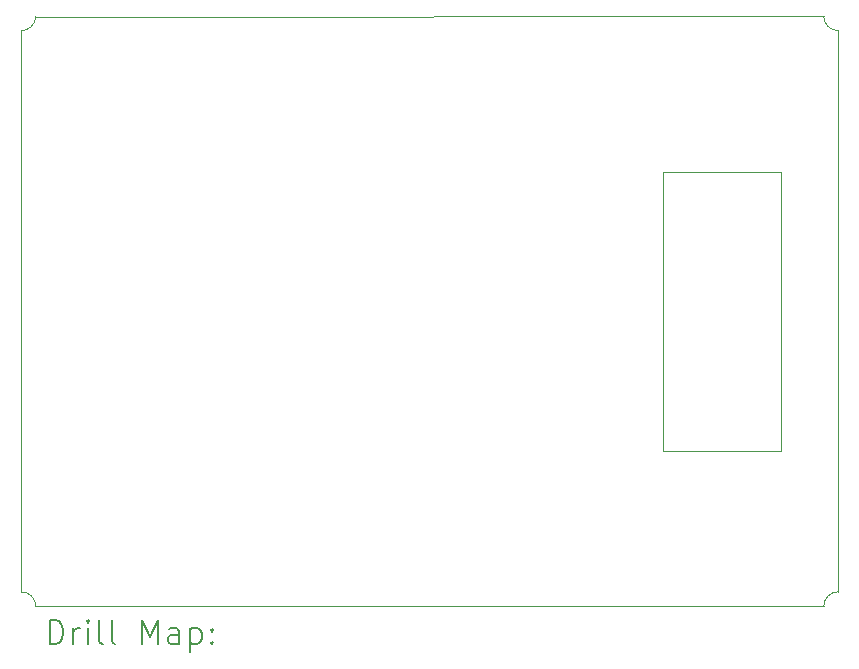
<source format=gbr>
%TF.GenerationSoftware,KiCad,Pcbnew,7.0.1*%
%TF.CreationDate,2023-05-13T16:15:43+01:00*%
%TF.ProjectId,UGR-22 Screen,5547522d-3232-4205-9363-7265656e2e6b,rev?*%
%TF.SameCoordinates,Original*%
%TF.FileFunction,Drillmap*%
%TF.FilePolarity,Positive*%
%FSLAX45Y45*%
G04 Gerber Fmt 4.5, Leading zero omitted, Abs format (unit mm)*
G04 Created by KiCad (PCBNEW 7.0.1) date 2023-05-13 16:15:43*
%MOMM*%
%LPD*%
G01*
G04 APERTURE LIST*
%ADD10C,0.100000*%
%ADD11C,0.200000*%
G04 APERTURE END LIST*
D10*
X7970000Y-11850100D02*
X7970000Y-16600000D01*
X14765000Y-11725000D02*
X8095000Y-11730000D01*
X14765000Y-11725000D02*
G75*
G03*
X14890000Y-11850000I125000J0D01*
G01*
X14890000Y-16600000D02*
G75*
G03*
X14765000Y-16725000I0J-125000D01*
G01*
X14890000Y-16600000D02*
X14890000Y-11850000D01*
X8095000Y-16725000D02*
G75*
G03*
X7970000Y-16600000I-125000J0D01*
G01*
X8095000Y-16725000D02*
X14765000Y-16725000D01*
X7970000Y-11850100D02*
G75*
G03*
X8095000Y-11730000I0J125100D01*
G01*
X13405000Y-13045000D02*
X14405000Y-13045000D01*
X14405000Y-15405000D01*
X13405000Y-15405000D01*
X13405000Y-13045000D01*
D11*
X8212619Y-17042524D02*
X8212619Y-16842524D01*
X8212619Y-16842524D02*
X8260238Y-16842524D01*
X8260238Y-16842524D02*
X8288809Y-16852048D01*
X8288809Y-16852048D02*
X8307857Y-16871095D01*
X8307857Y-16871095D02*
X8317381Y-16890143D01*
X8317381Y-16890143D02*
X8326905Y-16928238D01*
X8326905Y-16928238D02*
X8326905Y-16956810D01*
X8326905Y-16956810D02*
X8317381Y-16994905D01*
X8317381Y-16994905D02*
X8307857Y-17013952D01*
X8307857Y-17013952D02*
X8288809Y-17033000D01*
X8288809Y-17033000D02*
X8260238Y-17042524D01*
X8260238Y-17042524D02*
X8212619Y-17042524D01*
X8412619Y-17042524D02*
X8412619Y-16909190D01*
X8412619Y-16947286D02*
X8422143Y-16928238D01*
X8422143Y-16928238D02*
X8431667Y-16918714D01*
X8431667Y-16918714D02*
X8450714Y-16909190D01*
X8450714Y-16909190D02*
X8469762Y-16909190D01*
X8536429Y-17042524D02*
X8536429Y-16909190D01*
X8536429Y-16842524D02*
X8526905Y-16852048D01*
X8526905Y-16852048D02*
X8536429Y-16861571D01*
X8536429Y-16861571D02*
X8545952Y-16852048D01*
X8545952Y-16852048D02*
X8536429Y-16842524D01*
X8536429Y-16842524D02*
X8536429Y-16861571D01*
X8660238Y-17042524D02*
X8641190Y-17033000D01*
X8641190Y-17033000D02*
X8631667Y-17013952D01*
X8631667Y-17013952D02*
X8631667Y-16842524D01*
X8765000Y-17042524D02*
X8745952Y-17033000D01*
X8745952Y-17033000D02*
X8736429Y-17013952D01*
X8736429Y-17013952D02*
X8736429Y-16842524D01*
X8993571Y-17042524D02*
X8993571Y-16842524D01*
X8993571Y-16842524D02*
X9060238Y-16985381D01*
X9060238Y-16985381D02*
X9126905Y-16842524D01*
X9126905Y-16842524D02*
X9126905Y-17042524D01*
X9307857Y-17042524D02*
X9307857Y-16937762D01*
X9307857Y-16937762D02*
X9298333Y-16918714D01*
X9298333Y-16918714D02*
X9279286Y-16909190D01*
X9279286Y-16909190D02*
X9241190Y-16909190D01*
X9241190Y-16909190D02*
X9222143Y-16918714D01*
X9307857Y-17033000D02*
X9288810Y-17042524D01*
X9288810Y-17042524D02*
X9241190Y-17042524D01*
X9241190Y-17042524D02*
X9222143Y-17033000D01*
X9222143Y-17033000D02*
X9212619Y-17013952D01*
X9212619Y-17013952D02*
X9212619Y-16994905D01*
X9212619Y-16994905D02*
X9222143Y-16975857D01*
X9222143Y-16975857D02*
X9241190Y-16966333D01*
X9241190Y-16966333D02*
X9288810Y-16966333D01*
X9288810Y-16966333D02*
X9307857Y-16956810D01*
X9403095Y-16909190D02*
X9403095Y-17109190D01*
X9403095Y-16918714D02*
X9422143Y-16909190D01*
X9422143Y-16909190D02*
X9460238Y-16909190D01*
X9460238Y-16909190D02*
X9479286Y-16918714D01*
X9479286Y-16918714D02*
X9488810Y-16928238D01*
X9488810Y-16928238D02*
X9498333Y-16947286D01*
X9498333Y-16947286D02*
X9498333Y-17004429D01*
X9498333Y-17004429D02*
X9488810Y-17023476D01*
X9488810Y-17023476D02*
X9479286Y-17033000D01*
X9479286Y-17033000D02*
X9460238Y-17042524D01*
X9460238Y-17042524D02*
X9422143Y-17042524D01*
X9422143Y-17042524D02*
X9403095Y-17033000D01*
X9584048Y-17023476D02*
X9593571Y-17033000D01*
X9593571Y-17033000D02*
X9584048Y-17042524D01*
X9584048Y-17042524D02*
X9574524Y-17033000D01*
X9574524Y-17033000D02*
X9584048Y-17023476D01*
X9584048Y-17023476D02*
X9584048Y-17042524D01*
X9584048Y-16918714D02*
X9593571Y-16928238D01*
X9593571Y-16928238D02*
X9584048Y-16937762D01*
X9584048Y-16937762D02*
X9574524Y-16928238D01*
X9574524Y-16928238D02*
X9584048Y-16918714D01*
X9584048Y-16918714D02*
X9584048Y-16937762D01*
M02*

</source>
